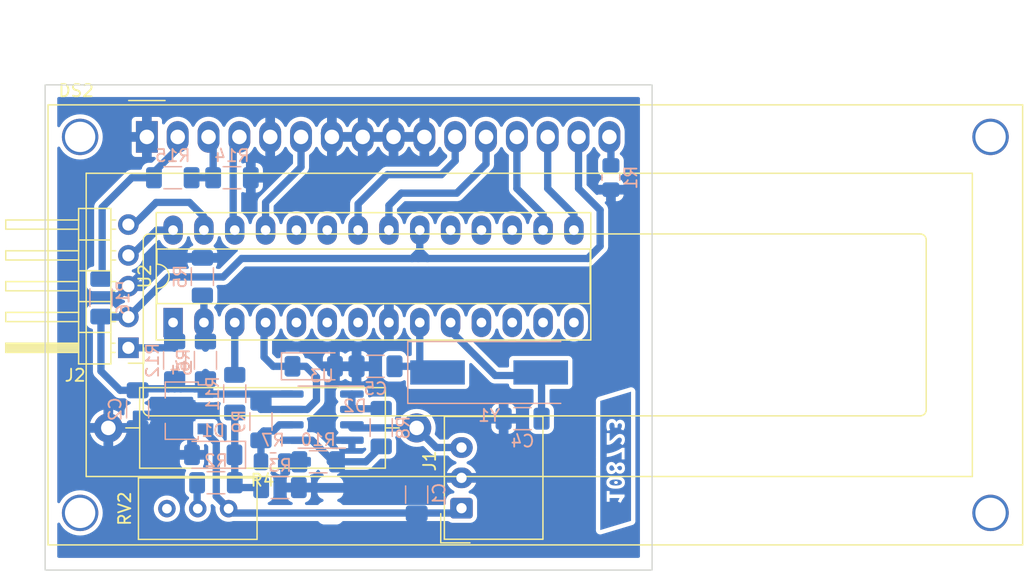
<source format=kicad_pcb>
(kicad_pcb (version 20221018) (generator pcbnew)
  (layers (0 "F.Cu" signal) (31 "B.Cu" signal) (34 "B.Paste" user) (35 "F.Paste" user) (36 "B.SilkS" user "B.Silkscreen") (37 "F.SilkS" user "F.Silkscreen") (38 "B.Mask" user) (39 "F.Mask" user) (44 "Edge.Cuts" user))
  (net 0 "")
  (net 1 "VCC")
  (net 2 "GND")
  (net 3 "+5V")
  (net 4 "/VCC_{meas}")
  (net 5 "/I_{meas}")
  (net 6 "Net-(DS2-VO)")
  (net 7 "/RS")
  (net 8 "/EN")
  (net 9 "/D4")
  (net 10 "/D5")
  (net 11 "/D6")
  (net 12 "/D7")
  (net 13 "Net-(DS2-LED(-))")
  (net 14 "/I_{sense}")
  (net 15 "Net-(R2-Pad2)")
  (net 16 "Net-(U3B--)")
  (net 17 "/VREF_{meas}")
  (net 21 "Net-(J2-Pin_1)")
  (net 30 "Net-(U2-CLKIN{slash}OSC1{slash}RA7)")
  (net 31 "Net-(U3A--)")
  (net 32 "Net-(U2-CLKOUT{slash}OSC2{slash}RA6)")
  (net 33 "/PGC")
  (net 34 "/PGD")
  (net 36 "Net-(U3B-+)")
  (net 38 "Net-(D1-K)")
  (net 39 "Net-(DS2-VDD)")
  (footprint "Display:WC1602A" (layer "F.Cu") (at 143.382 38.2893)
    (fp_text reference "DS2" (at -5.82 -3.81) (layer "F.SilkS"))
    (fp_text value "WC1602A")
    (pad "" thru_hole circle (at -5.4991 0) (size 3 3) (drill 2.5) (layers "*.Cu" "*.Mask"))
    (pad "" thru_hole circle (at -5.4991 31.0007) (size 3 3) (drill 2.5) (layers "*.Cu" "*.Mask"))
    (pad "" thru_hole circle (at 69.49948 31.0007) (size 3 3) (drill 2.5) (layers "*.Cu" "*.Mask"))
    (pad "" thru_hole circle (at 69.5 0) (size 3 3) (drill 2.5) (layers "*.Cu" "*.Mask"))
    (pad "1" thru_hole rect (at 0 0) (size 1.8 2.6) (drill 1.2) (layers "*.Cu" "*.Mask") (net 2 "GND"))
    (pad "2" thru_hole oval (at 2.54 0) (size 1.8 2.6) (drill 1.2) (layers "*.Cu" "*.Mask") (net 39 "Net-(DS2-VDD)"))
    (pad "3" thru_hole oval (at 5.08 0) (size 1.8 2.6) (drill 1.2) (layers "*.Cu" "*.Mask") (net 6 "Net-(DS2-VO)"))
    (pad "4" thru_hole oval (at 7.62 0) (size 1.8 2.6) (drill 1.2) (layers "*.Cu" "*.Mask") (net 7 "/RS"))
    (pad "5" thru_hole oval (at 10.16 0) (size 1.8 2.6) (drill 1.2) (layers "*.Cu" "*.Mask") (net 2 "GND"))
    (pad "6" thru_hole oval (at 12.7 0) (size 1.8 2.6) (drill 1.2) (layers "*.Cu" "*.Mask") (net 8 "/EN"))
    (pad "7" thru_hole oval (at 15.24 0) (size 1.8 2.6) (drill 1.2) (layers "*.Cu" "*.Mask") (net 2 "GND"))
    (pad "8" thru_hole oval (at 17.78 0) (size 1.8 2.6) (drill 1.2) (layers "*.Cu" "*.Mask") (net 2 "GND"))
    (pad "9" thru_hole oval (at 20.32 0) (size 1.8 2.6) (drill 1.2) (layers "*.Cu" "*.Mask") (net 2 "GND"))
    (pad "10" thru_hole oval (at 22.86 0) (size 1.8 2.6) (drill 1.2) (layers "*.Cu" "*.Mask") (net 2 "GND"))
    (pad "11" thru_hole oval (at 25.4 0) (size 1.8 2.6) (drill 1.2) (layers "*.Cu" "*.Mask") (net 9 "/D4"))
    (pad "12" thru_hole oval (at 27.94 0) (size 1.8 2.6) (drill 1.2) (layers "*.Cu" "*.Mask") (net 10 "/D5"))
    (pad "13" thru_hole oval (at 30.48 0) (size 1.8 2.6) (drill 1.2) (layers "*.Cu" "*.Mask") (net 11 "/D6"))
    (pad "14" thru_hole oval (at 33.02 0) (size 1.8 2.6) (drill 1.2) (layers "*.Cu" "*.Mask") (net 12 "/D7"))
    (pad "15" thru_hole oval (at 35.56 0) (size 1.8 2.6) (drill 1.2) (layers "*.Cu" "*.Mask") (net 3 "+5V"))
    (pad "16" thru_hole oval (at 38.1 0) (size 1.8 2.6) (drill 1.2) (layers "*.Cu" "*.Mask") (net 13 "Net-(DS2-LED(-))"))
  )
  (footprint "Connector_PinHeader_2.54mm:PinHeader_1x05_P2.54mm_Horizontal" (layer "F.Cu") (at 141.859 55.678 180)
    (fp_text reference "J2" (at 4.385 -2.27) (layer "F.SilkS"))
    (fp_text value "ICSP")
    (pad "1" thru_hole rect (at 0 0 180) (size 1.7 1.7) (drill 1) (layers "*.Cu" "*.Mask") (net 21 "Net-(J2-Pin_1)"))
    (pad "2" thru_hole oval (at 0 2.54 180) (size 1.7 1.7) (drill 1) (layers "*.Cu" "*.Mask") (net 3 "+5V"))
    (pad "3" thru_hole oval (at 0 5.08 180) (size 1.7 1.7) (drill 1) (layers "*.Cu" "*.Mask") (net 2 "GND"))
    (pad "4" thru_hole oval (at 0 7.62 180) (size 1.7 1.7) (drill 1) (layers "*.Cu" "*.Mask") (net 34 "/PGD"))
    (pad "5" thru_hole oval (at 0 10.16 180) (size 1.7 1.7) (drill 1) (layers "*.Cu" "*.Mask") (net 33 "/PGC"))
  )
  (footprint "Package_DIP:DIP-28_W7.62mm_Socket_LongPads" (layer "F.Cu") (at 145.542 53.594 90)
    (fp_text reference "U2" (at 3.81 -2.33 90) (layer "F.SilkS"))
    (fp_text value "PIC16F883-IP")
    (pad "1" thru_hole rect (at 0 0 90) (size 2.4 1.6) (drill 0.8) (layers "*.Cu" "*.Mask") (net 21 "Net-(J2-Pin_1)"))
    (pad "2" thru_hole oval (at 0 2.54 90) (size 2.4 1.6) (drill 0.8) (layers "*.Cu" "*.Mask") (net 17 "/VREF_{meas}"))
    (pad "3" thru_hole oval (at 0 5.08 90) (size 2.4 1.6) (drill 0.8) (layers "*.Cu" "*.Mask") (net 4 "/VCC_{meas}"))
    (pad "4" thru_hole oval (at 0 7.62 90) (size 2.4 1.6) (drill 0.8) (layers "*.Cu" "*.Mask") (net 5 "/I_{meas}"))
    (pad "5" thru_hole oval (at 0 10.16 90) (size 2.4 1.6) (drill 0.8) (layers "*.Cu" "*.Mask"))
    (pad "6" thru_hole oval (at 0 12.7 90) (size 2.4 1.6) (drill 0.8) (layers "*.Cu" "*.Mask"))
    (pad "7" thru_hole oval (at 0 15.24 90) (size 2.4 1.6) (drill 0.8) (layers "*.Cu" "*.Mask"))
    (pad "8" thru_hole oval (at 0 17.78 90) (size 2.4 1.6) (drill 0.8) (layers "*.Cu" "*.Mask") (net 2 "GND"))
    (pad "9" thru_hole oval (at 0 20.32 90) (size 2.4 1.6) (drill 0.8) (layers "*.Cu" "*.Mask") (net 30 "Net-(U2-CLKIN{slash}OSC1{slash}RA7)"))
    (pad "10" thru_hole oval (at 0 22.86 90) (size 2.4 1.6) (drill 0.8) (layers "*.Cu" "*.Mask") (net 32 "Net-(U2-CLKOUT{slash}OSC2{slash}RA6)"))
    (pad "11" thru_hole oval (at 0 25.4 90) (size 2.4 1.6) (drill 0.8) (layers "*.Cu" "*.Mask"))
    (pad "12" thru_hole oval (at 0 27.94 90) (size 2.4 1.6) (drill 0.8) (layers "*.Cu" "*.Mask"))
    (pad "13" thru_hole oval (at 0 30.48 90) (size 2.4 1.6) (drill 0.8) (layers "*.Cu" "*.Mask"))
    (pad "14" thru_hole oval (at 0 33.02 90) (size 2.4 1.6) (drill 0.8) (layers "*.Cu" "*.Mask"))
    (pad "15" thru_hole oval (at 7.62 33.02 90) (size 2.4 1.6) (drill 0.8) (layers "*.Cu" "*.Mask") (net 12 "/D7"))
    (pad "16" thru_hole oval (at 7.62 30.48 90) (size 2.4 1.6) (drill 0.8) (layers "*.Cu" "*.Mask") (net 11 "/D6"))
    (pad "17" thru_hole oval (at 7.62 27.94 90) (size 2.4 1.6) (drill 0.8) (layers "*.Cu" "*.Mask"))
    (pad "18" thru_hole oval (at 7.62 25.4 90) (size 2.4 1.6) (drill 0.8) (layers "*.Cu" "*.Mask"))
    (pad "19" thru_hole oval (at 7.62 22.86 90) (size 2.4 1.6) (drill 0.8) (layers "*.Cu" "*.Mask"))
    (pad "20" thru_hole oval (at 7.62 20.32 90) (size 2.4 1.6) (drill 0.8) (layers "*.Cu" "*.Mask") (net 3 "+5V"))
    (pad "21" thru_hole oval (at 7.62 17.78 90) (size 2.4 1.6) (drill 0.8) (layers "*.Cu" "*.Mask") (net 10 "/D5"))
    (pad "22" thru_hole oval (at 7.62 15.24 90) (size 2.4 1.6) (drill 0.8) (layers "*.Cu" "*.Mask") (net 9 "/D4"))
    (pad "23" thru_hole oval (at 7.62 12.7 90) (size 2.4 1.6) (drill 0.8) (layers "*.Cu" "*.Mask"))
    (pad "24" thru_hole oval (at 7.62 10.16 90) (size 2.4 1.6) (drill 0.8) (layers "*.Cu" "*.Mask"))
    (pad "25" thru_hole oval (at 7.62 7.62 90) (size 2.4 1.6) (drill 0.8) (layers "*.Cu" "*.Mask") (net 8 "/EN"))
    (pad "26" thru_hole oval (at 7.62 5.08 90) (size 2.4 1.6) (drill 0.8) (layers "*.Cu" "*.Mask") (net 7 "/RS"))
    (pad "27" thru_hole oval (at 7.62 2.54 90) (size 2.4 1.6) (drill 0.8) (layers "*.Cu" "*.Mask") (net 33 "/PGC"))
    (pad "28" thru_hole oval (at 7.62 0 90) (size 2.4 1.6) (drill 0.8) (layers "*.Cu" "*.Mask") (net 34 "/PGD"))
  )
  (footprint "Potentiometer_THT:Potentiometer_Bourns_3386C_Horizontal" (layer "F.Cu") (at 145.034 68.938 90)
    (fp_text reference "RV2" (at 0 -3.475 90) (layer "F.SilkS"))
    (fp_text value "1k")
    (pad "1" thru_hole circle (at 0 0 90) (size 1.44 1.44) (drill 0.8) (layers "*.Cu" "*.Mask"))
    (pad "2" thru_hole circle (at 0 2.54 90) (size 1.44 1.44) (drill 0.8) (layers "*.Cu" "*.Mask") (net 15 "Net-(R2-Pad2)"))
    (pad "3" thru_hole circle (at 0 5.08 90) (size 1.44 1.44) (drill 0.8) (layers "*.Cu" "*.Mask") (net 1 "VCC"))
  )
  (footprint "Connector_Molex:Molex_SPOX_5268-03A_1x03_P2.50mm_Horizontal" (layer "F.Cu") (at 169.3 68.9 90)
    (fp_text reference "J1" (at 3.897 -2.627 90) (layer "F.SilkS"))
    (fp_text value "Molex")
    (pad "1" thru_hole roundrect (at 0 0 90) (size 1.7 1.85) (drill 0.85) (layers "*.Cu" "*.Mask") (roundrect_rratio 0.147059) (net 1 "VCC"))
    (pad "2" thru_hole oval (at 2.5 0 90) (size 1.7 1.85) (drill 0.85) (layers "*.Cu" "*.Mask") (net 2 "GND"))
    (pad "3" thru_hole oval (at 5 0 90) (size 1.7 1.85) (drill 0.85) (layers "*.Cu" "*.Mask") (net 14 "/I_{sense}"))
  )
  (footprint "Resistor_THT:R_Axial_Power_L20.0mm_W6.4mm_P25.40mm" (layer "F.Cu") (at 165.608 62.282 180)
    (fp_text reference "R4" (at 12.7 -4.32 180) (layer "F.SilkS"))
    (fp_text value "0.33")
    (pad "1" thru_hole circle (at 0 0 180) (size 2.4 2.4) (drill 1.2) (layers "*.Cu" "*.Mask") (net 14 "/I_{sense}"))
    (pad "2" thru_hole oval (at 25.4 0 180) (size 2.4 2.4) (drill 1.2) (layers "*.Cu" "*.Mask") (net 2 "GND"))
  )
  (footprint "Resistor_SMD:R_1206_3216Metric_Pad1.30x1.75mm_HandSolder" (layer "B.Cu") (at 162.687 62.256 90)
    (fp_text reference "R8" (at 0 1.82 90) (layer "B.SilkS") (effects (justify mirror)))
    (fp_text value "1k")
    (pad "1" smd roundrect (at -1.55 0 90) (size 1.3 1.75) (layers "B.Cu" "B.Paste" "B.Mask") (roundrect_rratio 0.192308) (net 36 "Net-(U3B-+)"))
    (pad "2" smd roundrect (at 1.55 0 90) (size 1.3 1.75) (layers "B.Cu" "B.Paste" "B.Mask") (roundrect_rratio 0.192308) (net 31 "Net-(U3A--)"))
  )
  (footprint "Resistor_SMD:R_1206_3216Metric_Pad1.30x1.75mm_HandSolder" (layer "B.Cu") (at 148.209 56.71 -90)
    (fp_text reference "R6" (at 0 1.82 90) (layer "B.SilkS") (effects (justify mirror)))
    (fp_text value "10k")
    (pad "1" smd roundrect (at -1.55 0 270) (size 1.3 1.75) (layers "B.Cu" "B.Paste" "B.Mask") (roundrect_rratio 0.192308) (net 17 "/VREF_{meas}"))
    (pad "2" smd roundrect (at 1.55 0 270) (size 1.3 1.75) (layers "B.Cu" "B.Paste" "B.Mask") (roundrect_rratio 0.192308) (net 3 "+5V"))
  )
  (footprint "Resistor_SMD:R_1206_3216Metric_Pad1.30x1.75mm_HandSolder" (layer "B.Cu") (at 150.622 59.462 -90)
    (fp_text reference "R11" (at 0 1.82 90) (layer "B.SilkS") (effects (justify mirror)))
    (fp_text value "0")
    (pad "1" smd roundrect (at -1.55 0 270) (size 1.3 1.75) (layers "B.Cu" "B.Paste" "B.Mask") (roundrect_rratio 0.192308) (net 4 "/VCC_{meas}"))
    (pad "2" smd roundrect (at 1.55 0 270) (size 1.3 1.75) (layers "B.Cu" "B.Paste" "B.Mask") (roundrect_rratio 0.192308) (net 38 "Net-(D1-K)"))
  )
  (footprint "Resistor_SMD:R_1206_3216Metric_Pad1.30x1.75mm_HandSolder" (layer "B.Cu") (at 147.955 49.81 -90)
    (fp_text reference "R5" (at 0 1.82 90) (layer "B.SilkS") (effects (justify mirror)))
    (fp_text value "10k")
    (pad "1" smd roundrect (at -1.55 0 270) (size 1.3 1.75) (layers "B.Cu" "B.Paste" "B.Mask") (roundrect_rratio 0.192308) (net 2 "GND"))
    (pad "2" smd roundrect (at 1.55 0 270) (size 1.3 1.75) (layers "B.Cu" "B.Paste" "B.Mask") (roundrect_rratio 0.192308) (net 17 "/VREF_{meas}"))
  )
  (footprint "Resistor_SMD:R_1206_3216Metric_Pad1.30x1.75mm_HandSolder" (layer "B.Cu") (at 154.35 67.2 180)
    (fp_text reference "R3" (at 0 1.82) (layer "B.SilkS") (effects (justify mirror)))
    (fp_text value "4k7")
    (pad "1" smd roundrect (at -1.55 0 180) (size 1.3 1.75) (layers "B.Cu" "B.Paste" "B.Mask") (roundrect_rratio 0.192308) (net 2 "GND"))
    (pad "2" smd roundrect (at 1.55 0 180) (size 1.3 1.75) (layers "B.Cu" "B.Paste" "B.Mask") (roundrect_rratio 0.192308) (net 38 "Net-(D1-K)"))
  )
  (footprint "Package_SO:SOIC-8_3.9x4.9mm_P1.27mm" (layer "B.Cu") (at 157.796 61.393 180)
    (fp_text reference "U3" (at 0 3.4) (layer "B.SilkS") (effects (justify mirror)))
    (fp_text value "LM358")
    (pad "1" smd roundrect (at -2.475 1.905 180) (size 1.95 0.6) (layers "B.Cu" "B.Paste" "B.Mask") (net 31 "Net-(U3A--)"))
    (pad "2" smd roundrect (at -2.475 0.635 180) (size 1.95 0.6) (layers "B.Cu" "B.Paste" "B.Mask") (net 31 "Net-(U3A--)"))
    (pad "3" smd roundrect (at -2.475 -0.635 180) (size 1.95 0.6) (layers "B.Cu" "B.Paste" "B.Mask") (net 14 "/I_{sense}"))
    (pad "4" smd roundrect (at -2.475 -1.905 180) (size 1.95 0.6) (layers "B.Cu" "B.Paste" "B.Mask") (net 2 "GND"))
    (pad "5" smd roundrect (at 2.475 -1.905 180) (size 1.95 0.6) (layers "B.Cu" "B.Paste" "B.Mask") (net 36 "Net-(U3B-+)"))
    (pad "6" smd roundrect (at 2.475 -0.635 180) (size 1.95 0.6) (layers "B.Cu" "B.Paste" "B.Mask") (net 16 "Net-(U3B--)"))
    (pad "7" smd roundrect (at 2.475 0.635 180) (size 1.95 0.6) (layers "B.Cu" "B.Paste" "B.Mask") (net 5 "/I_{meas}"))
    (pad "8" smd roundrect (at 2.475 1.905 180) (size 1.95 0.6) (layers "B.Cu" "B.Paste" "B.Mask") (net 3 "+5V"))
  )
  (footprint "Diode_SMD:D_MiniMELF" (layer "B.Cu") (at 157.127 57.202)
    (fp_text reference "D2" (at 3.39 3.27) (layer "B.SilkS") (effects (justify mirror)))
    (fp_text value "5V1")
    (pad "1" smd roundrect (at -1.75 0) (size 1.3 1.7) (layers "B.Cu" "B.Paste" "B.Mask") (roundrect_rratio 0.1923076923) (net 5 "/I_{meas}"))
    (pad "2" smd roundrect (at 1.75 0) (size 1.3 1.7) (layers "B.Cu" "B.Paste" "B.Mask") (roundrect_rratio 0.1923076923) (net 2 "GND"))
  )
  (footprint "Capacitor_SMD:C_1206_3216Metric_Pad1.33x1.80mm_HandSolder" (layer "B.Cu") (at 162.2175 57.202)
    (fp_text reference "C5" (at 0 1.85) (layer "B.SilkS") (effects (justify mirror)))
    (fp_text value "22p")
    (pad "1" smd roundrect (at -1.5625 0) (size 1.325 1.8) (layers "B.Cu" "B.Paste" "B.Mask") (roundrect_rratio 0.188679) (net 2 "GND"))
    (pad "2" smd roundrect (at 1.5625 0) (size 1.325 1.8) (layers "B.Cu" "B.Paste" "B.Mask") (roundrect_rratio 0.188679) (net 30 "Net-(U2-CLKIN{slash}OSC1{slash}RA7)"))
  )
  (footprint "Crystal:Crystal_SMD_HC49-SD" (layer "B.Cu") (at 171.577 57.71)
    (fp_text reference "Y1" (at 0 3.55 180) (layer "B.SilkS") (effects (justify mirror)))
    (fp_text value "4MHz")
    (pad "1" smd rect (at -4.25 0) (size 4.5 2) (layers "B.Cu" "B.Paste" "B.Mask") (net 30 "Net-(U2-CLKIN{slash}OSC1{slash}RA7)"))
    (pad "2" smd rect (at 4.25 0) (size 4.5 2) (layers "B.Cu" "B.Paste" "B.Mask") (net 32 "Net-(U2-CLKOUT{slash}OSC2{slash}RA6)"))
  )
  (footprint "Resistor_SMD:R_0805_2012Metric_Pad1.20x1.40mm_HandSolder" (layer "B.Cu") (at 153.781 65.076)
    (fp_text reference "R7" (at -0.016 -1.778) (layer "B.SilkS") (effects (justify mirror)))
    (fp_text value "1k")
    (pad "1" smd roundrect (at -1 0) (size 1.2 1.4) (layers "B.Cu" "B.Paste" "B.Mask") (roundrect_rratio 0.208333) (net 16 "Net-(U3B--)"))
    (pad "2" smd roundrect (at 1 0) (size 1.2 1.4) (layers "B.Cu" "B.Paste" "B.Mask") (roundrect_rratio 0.208333) (net 2 "GND"))
  )
  (footprint "Resistor_SMD:R_1206_3216Metric_Pad1.30x1.75mm_HandSolder" (layer "B.Cu") (at 152.781 61.758 -90)
    (fp_text reference "R9" (at 0 1.82 90) (layer "B.SilkS") (effects (justify mirror)))
    (fp_text value "10k")
    (pad "1" smd roundrect (at -1.55 0 270) (size 1.3 1.75) (layers "B.Cu" "B.Paste" "B.Mask") (roundrect_rratio 0.192308) (net 5 "/I_{meas}"))
    (pad "2" smd roundrect (at 1.55 0 270) (size 1.3 1.75) (layers "B.Cu" "B.Paste" "B.Mask") (roundrect_rratio 0.192308) (net 16 "Net-(U3B--)"))
  )
  (footprint "Resistor_SMD:R_0805_2012Metric_Pad1.20x1.40mm_HandSolder" (layer "B.Cu") (at 181.61 41.64 90)
    (fp_text reference "R1" (at 0 1.65 90) (layer "B.SilkS") (effects (justify mirror)))
    (fp_text value "330" hide)
    (pad "1" smd roundrect (at -1 0 90) (size 1.2 1.4) (layers "B.Cu" "B.Paste" "B.Mask") (roundrect_rratio 0.208333) (net 2 "GND"))
    (pad "2" smd roundrect (at 1 0 90) (size 1.2 1.4) (layers "B.Cu" "B.Paste" "B.Mask") (roundrect_rratio 0.208333) (net 13 "Net-(DS2-LED(-))"))
  )
  (footprint "Capacitor_SMD:C_1206_3216Metric_Pad1.33x1.80mm_HandSolder" (layer "B.Cu") (at 142.621 60.7445 -90)
    (fp_text reference "C2" (at 0 1.85 90) (layer "B.SilkS") (effects (justify mirror)))
    (fp_text value "100n")
    (pad "1" smd roundrect (at -1.5625 0 270) (size 1.325 1.8) (layers "B.Cu" "B.Paste" "B.Mask") (roundrect_rratio 0.188679) (net 3 "+5V"))
    (pad "2" smd roundrect (at 1.5625 0 270) (size 1.325 1.8) (layers "B.Cu" "B.Paste" "B.Mask") (roundrect_rratio 0.188679) (net 2 "GND"))
  )
  (footprint "Diode_SMD:D_MiniMELF" (layer "B.Cu") (at 148.85 64.5 180)
    (fp_text reference "D1" (at 0 2) (layer "B.SilkS") (effects (justify mirror)))
    (fp_text value "5V1")
    (pad "1" smd roundrect (at -1.75 0 180) (size 1.3 1.7) (layers "B.Cu" "B.Paste" "B.Mask") (roundrect_rratio 0.1923076923) (net 38 "Net-(D1-K)"))
    (pad "2" smd roundrect (at 1.75 0 180) (size 1.3 1.7) (layers "B.Cu" "B.Paste" "B.Mask") (roundrect_rratio 0.1923076923) (net 2 "GND"))
  )
  (footprint "Resistor_SMD:R_1206_3216Metric_Pad1.30x1.75mm_HandSolder" (layer "B.Cu") (at 150.394001 41.656 180)
    (fp_text reference "R14" (at 0 1.82) (layer "B.SilkS") (effects (justify mirror)))
    (fp_text value "10k")
    (pad "1" smd roundrect (at -1.55 0 180) (size 1.3 1.75) (layers "B.Cu" "B.Paste" "B.Mask") (roundrect_rratio 0.192308) (net 2 "GND"))
    (pad "2" smd roundrect (at 1.55 0 180) (size 1.3 1.75) (layers "B.Cu" "B.Paste" "B.Mask") (roundrect_rratio 0.192308) (net 6 "Net-(DS2-VO)"))
  )
  (footprint "Resistor_SMD:R_1206_3216Metric_Pad1.30x1.75mm_HandSolder" (layer "B.Cu") (at 139.6 51.55 90)
    (fp_text reference "R16" (at 0 1.82 90) (layer "B.SilkS") (effects (justify mirror)))
    (fp_text value "0")
    (pad "1" smd roundrect (at -1.55 0 90) (size 1.3 1.75) (layers "B.Cu" "B.Paste" "B.Mask") (roundrect_rratio 0.192308) (net 3 "+5V"))
    (pad "2" smd roundrect (at 1.55 0 90) (size 1.3 1.75) (layers "B.Cu" "B.Paste" "B.Mask") (roundrect_rratio 0.192308) (net 39 "Net-(DS2-VDD)"))
  )
  (footprint "Capacitor_SMD:C_1206_3216Metric_Pad1.33x1.80mm_HandSolder" (layer "B.Cu") (at 165.608 67.7795 90)
    (fp_text reference "C1" (at 0 1.85 270) (layer "B.SilkS") (effects (justify mirror)))
    (fp_text value "100n")
    (pad "1" smd roundrect (at -1.5625 0 90) (size 1.325 1.8) (layers "B.Cu" "B.Paste" "B.Mask") (roundrect_rratio 0.188679) (net 1 "VCC"))
    (pad "2" smd roundrect (at 1.5625 0 90) (size 1.325 1.8) (layers "B.Cu" "B.Paste" "B.Mask") (roundrect_rratio 0.188679) (net 2 "GND"))
  )
  (footprint "Resistor_SMD:R_1206_3216Metric_Pad1.30x1.75mm_HandSolder" (layer "B.Cu") (at 145.516 41.656 180)
    (fp_text reference "R15" (at 0 1.82) (layer "B.SilkS") (effects (justify mirror)))
    (fp_text value "10k")
    (pad "1" smd roundrect (at -1.55 0 180) (size 1.3 1.75) (layers "B.Cu" "B.Paste" "B.Mask") (roundrect_rratio 0.192308) (net 6 "Net-(DS2-VO)"))
    (pad "2" smd roundrect (at 1.55 0 180) (size 1.3 1.75) (layers "B.Cu" "B.Paste" "B.Mask") (roundrect_rratio 0.192308) (net 39 "Net-(DS2-VDD)"))
  )
  (footprint "Resistor_SMD:R_1206_3216Metric_Pad1.30x1.75mm_HandSolder" (layer "B.Cu") (at 145.669 56.71 -90)
    (fp_text reference "R12" (at 0 1.82 90) (layer "B.SilkS") (effects (justify mirror)))
    (fp_text value "10k")
    (pad "1" smd roundrect (at -1.55 0 270) (size 1.3 1.75) (layers "B.Cu" "B.Paste" "B.Mask") (roundrect_rratio 0.192308) (net 21 "Net-(J2-Pin_1)"))
    (pad "2" smd roundrect (at 1.55 0 270) (size 1.3 1.75) (layers "B.Cu" "B.Paste" "B.Mask") (roundrect_rratio 0.192308) (net 3 "+5V"))
  )
  (footprint "Resistor_SMD:R_1206_3216Metric_Pad1.30x1.75mm_HandSolder" (layer "B.Cu") (at 157.496 65.076 180)
    (fp_text reference "R10" (at 0 1.82) (layer "B.SilkS") (effects (justify mirror)))
    (fp_text value "10k")
    (pad "1" smd roundrect (at -1.55 0 180) (size 1.3 1.75) (layers "B.Cu" "B.Paste" "B.Mask") (roundrect_rratio 0.192308) (net 36 "Net-(U3B-+)"))
    (pad "2" smd roundrect (at 1.55 0 180) (size 1.3 1.75) (layers "B.Cu" "B.Paste" "B.Mask") (roundrect_rratio 0.192308) (net 2 "GND"))
  )
  (footprint "kibuzzard-6583EB80" (layer "B.Cu") (at 182 65 90)
    (fp_text reference "kibuzzard-6583EB80" hide)
    (fp_text value "G***" hide)
    (fp_poly (pts (xy -0.594122 0.527447) (xy -0.728663 0.484584) (xy -0.787003 0.358378) (xy -0.732234 0.222647) (xy -0.65663 0.169069) (xy -0.539353 0.113109) (xy -0.434578 0.233363) (xy -0.403622 0.360759) (xy -0.459581 0.485775) (xy -0.594122 0.527447)) (fill solid) (layer "B.Cu"))
    (fp_poly (pts (xy -0.363141 -0.353616) (xy -0.381 -0.270272) (xy -0.43815 -0.204787) (xy -0.539353 -0.145256) (xy -0.686991 -0.082153) (xy -0.789384 -0.204787) (xy -0.825103 -0.334566) (xy -0.757237 -0.478631) (xy -0.596503 -0.527447) (xy -0.426244 -0.47625) (xy -0.363141 -0.353616)) (fill solid) (layer "B.Cu"))
    (fp_poly (pts (xy -1.537097 0.001191) (xy -1.544108 0.156104) (xy -1.565143 0.284295) (xy -1.6002 0.385763) (xy -1.677888 0.484882) (xy -1.784747 0.517922) (xy -1.890117 0.484882) (xy -1.968103 0.385763) (xy -2.003822 0.284295) (xy -2.025253 0.156104) (xy -2.032397 0.001191) (xy -2.025253 -0.155046) (xy -2.003822 -0.28403) (xy -1.968103 -0.385762) (xy -1.890117 -0.484882) (xy -1.784747 -0.517922) (xy -1.782366 -0.517186) (xy -1.782366 -0.132159) (xy -1.879997 -0.085725) (xy -1.915716 0.025003) (xy -1.879997 0.136922) (xy -1.782366 0.184547) (xy -1.688306 0.136922) (xy -1.651397 0.025003) (xy -1.688306 -0.085725) (xy -1.782366 -0.132159) (xy -1.782366 -0.517186) (xy -1.677888 -0.484882) (xy -1.6002 -0.385762) (xy -1.565143 -0.28403) (xy -1.544108 -0.155046) (xy -1.537097 0.001191)) (fill solid) (layer "B.Cu"))
    (fp_poly (pts (xy -3.456384 1.266428) (xy -4.944666 1.266428) (xy -5.704522 -1.266428) (xy -4.944666 -1.266428) (xy -3.456384 -1.266428) (xy -2.477691 -1.266428) (xy -2.477691 -0.739378) (xy -3.373041 -0.739378) (xy -3.373041 -0.496491) (xy -3.063478 -0.496491) (xy -3.063478 0.327422) (xy -3.215878 0.242888) (xy -3.361134 0.184547) (xy -3.456384 0.427434) (xy -3.332559 0.482203) (xy -3.199209 0.556022) (xy -3.073003 0.641747) (xy -2.970609 0.734616) (xy -2.770584 0.734616) (xy -2.770584 -0.496491) (xy -2.477691 -0.496491) (xy -2.477691 -0.739378) (xy -2.477691 -1.266428) (xy -1.784747 -1.266428) (xy -1.784747 -0.770334) (xy -1.938205 -0.749168) (xy -2.065205 -0.685668) (xy -2.165747 -0.579834) (xy -2.223046 -0.472083) (xy -2.263973 -0.339328) (xy -2.28853 -0.18157) (xy -2.296716 0.001191) (xy -2.288381 0.181868) (xy -2.263378 0.338138) (xy -2.221706 0.469999) (xy -2.163366 0.577453) (xy -2.06203 0.683286) (xy -1.935824 0.746786) (xy -1.784747 0.767953) (xy -1.631289 0.746919) (xy -1.504289 0.683816) (xy -1.403747 0.578644) (xy -1.346448 0.471562) (xy -1.30552 0.339626) (xy -1.280964 0.182835) (xy -1.272778 0.001191) (xy -1.280964 -0.18157) (xy -1.30552 -0.339328) (xy -1.346448 -0.472083) (xy -1.403747 -0.579834) (xy -1.504289 -0.685668) (xy -1.631289 -0.749168) (xy -1.784747 -0.770334) (xy -1.784747 -1.266428) (xy -0.601266 -1.266428) (xy -0.601266 -0.770334) (xy -0.708124 -0.763488) (xy -0.804862 -0.74295) (xy -0.962025 -0.664369) (xy -1.063228 -0.538162) (xy -1.098947 -0.370284) (xy -1.08585 -0.26164) (xy -1.046559 -0.159544) (xy -0.979289 -0.066377) (xy -0.882253 0.015478) (xy -0.970359 0.089297) (xy -1.025128 0.167878) (xy -1.063228 0.339328) (xy -1.038225 0.488156) (xy -0.958453 0.627459) (xy -0.813197 0.729853) (xy -0.711994 0.760214) (xy -0.589359 0.770334) (xy -0.399157 0.744141) (xy -0.252412 0.665559) (xy -0.158651 0.542925) (xy -0.127397 0.384572) (xy -0.139898 0.283071) (xy -0.177403 0.183356) (xy -0.241697 0.092571) (xy -0.334566 0.017859) (xy -0.218777 -0.064294) (xy -0.142875 -0.153591) (xy -0.100905 -0.251222) (xy -0.086916 -0.358378) (xy -0.1143 -0.503634) (xy -0.202406 -0.635794) (xy -0.360759 -0.732234) (xy -0.469702 -0.760809) (xy -0.601266 -0.770334) (xy -0.601266 -1.266428) (xy 0.315516 -1.266428) (xy 0.315516 -0.739378) (xy 0.331589 -0.582513) (xy 0.365522 -0.416719) (xy 0.412849 -0.247352) (xy 0.469106 -0.079772) (xy 0.532507 0.082451) (xy 0.601266 0.235744) (xy 0.670917 0.374154) (xy 0.736997 0.491728) (xy 0.117872 0.491728) (xy 0.117872 0.734616) (xy 1.079897 0.734616) (xy 1.079897 0.513159) (xy 1.012627 0.424458) (xy 0.939403 0.305991) (xy 0.865287 0.163711) (xy 0.795337 0.003572) (xy 0.731639 -0.171152) (xy 0.676275 -0.357187) (xy 0.634901 -0.54858) (xy 0.613172 -0.739378) (xy 0.315516 -0.739378) (xy 0.315516 -1.266428) (xy 2.291953 -1.266428) (xy 2.291953 -0.739378) (xy 1.329928 -0.739378) (xy 1.323975 -0.679847) (xy 1.325166 -0.629841) (xy 1.336179 -0.515541) (xy 1.369219 -0.410766) (xy 1.419225 -0.314623) (xy 1.481137 -0.226219) (xy 1.551384 -0.144661) (xy 1.626394 -0.069056) (xy 1.701403 0.002084) (xy 1.77165 0.070247) (xy 1.883569 0.198834) (xy 1.927622 0.325041) (xy 1.872853 0.464344) (xy 1.734741 0.513159) (xy 1.589484 0.479822) (xy 1.439466 0.367903) (xy 1.294209 0.572691) (xy 1.396901 0.659606) (xy 1.514475 0.720328) (xy 1.639193 0.756047) (xy 1.763316 0.767953) (xy 1.937147 0.741759) (xy 2.084784 0.663178) (xy 2.187178 0.531019) (xy 2.225278 0.346472) (xy 2.196703 0.200025) (xy 2.120503 0.063103) (xy 2.013347 -0.065484) (xy 1.891903 -0.184547) (xy 1.820466 -0.252412) (xy 1.744266 -0.333375) (xy 1.683544 -0.417909) (xy 1.658541 -0.496491) (xy 2.291953 -0.496491) (xy 2.291953 -0.739378) (xy 2.291953 -1.266428) (xy 2.889647 -1.266428) (xy 2.889647 -0.770334) (xy 2.774156 -0.762) (xy 2.657475 -0.741759) (xy 2.553891 -0.715566) (xy 2.480072 -0.689372) (xy 2.537222 -0.444103) (xy 2.678906 -0.494109) (xy 2.774454 -0.513755) (xy 2.887266 -0.520303) (xy 3.01496 -0.50423) (xy 3.098006 -0.456009) (xy 3.158728 -0.296466) (xy 3.135511 -0.197346) (xy 3.065859 -0.13335) (xy 2.960489 -0.098524) (xy 2.830116 -0.086916) (xy 2.739628 -0.086916) (xy 2.739628 0.155972) (xy 2.849166 0.155972) (xy 2.939653 0.165497) (xy 3.020616 0.196453) (xy 3.078956 0.253603) (xy 3.101578 0.344091) (xy 3.052763 0.471488) (xy 2.918222 0.517922) (xy 2.752725 0.490538) (xy 2.611041 0.422672) (xy 2.506266 0.636984) (xy 2.676525 0.7239) (xy 2.789337 0.75694) (xy 2.915841 0.767953) (xy 3.031629 0.760214) (xy 3.131344 0.736997) (xy 3.282553 0.650081) (xy 3.370659 0.517922) (xy 3.399234 0.353616) (xy 3.349228 0.184547) (xy 3.215878 0.060722) (xy 3.317379 0.001786) (xy 3.393281 -0.079772) (xy 3.440609 -0.18157) (xy 3.456384 -0.301228) (xy 3.423047 -0.489347) (xy 3.320653 -0.638175) (xy 3.242072 -0.694134) (xy 3.144441 -0.735806) (xy 3.027164 -0.761702) (xy 2.889647 -0.770334) (xy 2.889647 -1.266428) (xy 3.456384 -1.266428) (xy 4.944666 -1.266428) (xy 5.704522 1.266428) (xy 4.944666 1.266428) (xy 3.456384 1.266428) (xy -3.456384 1.266428)) (fill solid) (layer "B.Cu"))
  )
  (footprint "Capacitor_SMD:C_1206_3216Metric_Pad1.33x1.80mm_HandSolder" (layer "B.Cu") (at 174.3325 61.52)
    (fp_text reference "C4" (at 0 1.85) (layer "B.SilkS") (effects (justify mirror)))
    (fp_text value "22p")
    (pad "1" smd roundrect (at -1.5625 0) (size 1.325 1.8) (layers "B.Cu" "B.Paste" "B.Mask") (roundrect_rratio 0.188679) (net 2 "GND"))
    (pad "2" smd roundrect (at 1.5625 0) (size 1.325 1.8) (layers "B.Cu" "B.Paste" "B.Mask") (roundrect_rratio 0.188679) (net 32 "Net-(U2-CLKOUT{slash}OSC2{slash}RA6)"))
  )
  (footprint "Package_TO_SOT_SMD:SOT-89-3" (layer "B.Cu") (at 146.258 60.861 180)
    (fp_text reference "U4" (at 0 3.5) (layer "B.SilkS") (effects (justify mirror)))
    (fp_text value "L78L05_SOT89")
    (pad "1" smd rect (at -1.95 1.5 180) (size 1.3 0.9) (layers "B.Cu" "B.Paste" "B.Mask") (net 3 "+5V"))
    (pad "2" smd custom (at -1.8625 0 180) (size 1.475 0.9) (layers "B.Cu" "B.Paste" "B.Mask") (net 2 "GND") (options (clearance outline) (anchor rect)) (primitives (gr_poly (pts (xy 3.8625 -0.8665) (xy 0.7375 -0.8665) (xy 0.7375 0.8665) (xy 3.8625 0.8665)) (width 0) (fill yes))))
    (pad "3" smd rect (at -1.95 -1.5 180) (size 1.3 0.9) (layers "B.Cu" "B.Paste" "B.Mask") (net 1 "VCC"))
  )
  (footprint "Resistor_SMD:R_1206_3216Metric_Pad1.30x1.75mm_HandSolder" (layer "B.Cu") (at 149.073 66.802 180)
    (fp_text reference "R2" (at 0 1.82) (layer "B.SilkS") (effects (justify mirror)))
    (fp_text value "22k")
    (pad "1" smd roundrect (at -1.55 0 180) (size 1.3 1.75) (layers "B.Cu" "B.Paste" "B.Mask") (roundrect_rratio 0.192308) (net 38 "Net-(D1-K)"))
    (pad "2" smd roundrect (at 1.55 0 180) (size 1.3 1.75) (layers "B.Cu" "B.Paste" "B.Mask") (roundrect_rratio 0.192308) (net 15 "Net-(R2-Pad2)"))
  )
  (gr_rect (start 135 34) (end 185 74) (stroke (width 0.1)) (fill none) (layer "Edge.Cuts"))
  (segment (start 149.099 63.506) (end 149.099 67.923) (width 0.6) (layer "B.Cu") (net 1))
  (segment (start 150.476 69.3) (end 168.9 69.3) (width 0.6) (layer "B.Cu") (net 1))
  (segment (start 148.208 62.615) (end 149.099 63.506) (width 0.6) (layer "B.Cu") (net 1))
  (segment (start 168.9 69.3) (end 169.3 68.9) (width 0.6) (layer "B.Cu") (net 1))
  (segment (start 149.099 67.923) (end 150.114 68.938) (width 0.6) (layer "B.Cu") (net 1))
  (segment (start 150.114 68.938) (end 150.476 69.3) (width 0.6) (layer "B.Cu") (net 1))
  (segment (start 158.3327 38) (end 158 38) (width 0.6) (layer "B.Cu") (net 2))
  (segment (start 141.057 51.4) (end 137.6 51.4) (width 0.6) (layer "B.Cu") (net 2))
  (segment (start 144.197 48.26) (end 147.955 48.26) (width 0.6) (layer "B.Cu") (net 2))
  (segment (start 160.274 63.301) (end 160.271 63.298) (width 0.6) (layer "B.Cu") (net 2))
  (segment (start 141.859 50.598) (end 141.057 51.4) (width 0.6) (layer "B.Cu") (net 2))
  (segment (start 141.859 50.598) (end 144.197 48.26) (width 0.6) (layer "B.Cu") (net 2))
  (segment (start 165.862 47.677) (end 166.497 48.312) (width 0.6) (layer "B.Cu") (net 3))
  (segment (start 145.669 58.472) (end 145.669 58.547) (width 0.6) (layer "B.Cu") (net 3))
  (segment (start 180.721 44.323) (end 180.721 47.296) (width 0.6) (layer "B.Cu") (net 3))
  (segment (start 145.669 57.71) (end 145.669 58.547) (width 0.6) (layer "B.Cu") (net 3))
  (segment (start 147.32 59.055) (end 147.902 59.055) (width 0.6) (layer "B.Cu") (net 3))
  (segment (start 148.184 59.234) (end 148.208 59.258) (width 0.6) (layer "B.Cu") (net 3))
  (segment (start 148.335 59.488) (end 148.208 59.361) (width 0.6) (layer "B.Cu") (net 3))
  (segment (start 155.321 59.488) (end 148.463 59.488) (width 0.6) (layer "B.Cu") (net 3))
  (segment (start 180.721 47.296) (end 179.705 48.312) (width 0.6) (layer "B.Cu") (net 3))
  (segment (start 142.621 59.182) (end 142.748 59.055) (width 0.6) (layer "B.Cu") (net 3))
  (segment (start 141.859 53.138) (end 139.638 53.138) (width 0.6) (layer "B.Cu") (net 3))
  (segment (start 139.6 53.1) (end 139.6 57.6) (width 0.6) (layer "B.Cu") (net 3))
  (segment (start 145.161 59.055) (end 145.669 59.055) (width 0.6) (layer "B.Cu") (net 3))
  (segment (start 145.669 57.71) (end 145.669 58.472) (width 0.6) (layer "B.Cu") (net 3))
  (segment (start 145.669 58.472) (end 145.669 59.055) (width 0.6) (layer "B.Cu") (net 3))
  (segment (start 165.227 48.312) (end 151.188 48.312) (width 0.6) (layer "B.Cu") (net 3))
  (segment (start 145.669 58.547) (end 146.177 59.055) (width 0.6) (layer "B.Cu") (net 3))
  (segment (start 151.188 48.312) (end 149.664 49.836) (width 0.6) (layer "B.Cu") (net 3))
  (segment (start 145.669 58.547) (end 145.161 59.055) (width 0.6) (layer "B.Cu") (net 3))
  (segment (start 148.208 59.361) (end 148.336 59.233) (width 0.6) (layer "B.Cu") (net 3))
  (segment (start 148.336 57.837) (end 148.209 57.71) (width 0.6) (layer "B.Cu") (net 3))
  (segment (start 165.862 47.677) (end 165.227 48.312) (width 0.6) (layer "B.Cu") (net 3))
  (segment (start 147.902 59.055) (end 148.208 59.361) (width 0.6) (layer "B.Cu") (net 3))
  (segment (start 147.32 59.055) (end 148.209 59.055) (width 0.6) (layer "B.Cu") (net 3))
  (segment (start 178.942 38.2893) (end 178.942 42.544) (width 0.6) (layer "B.Cu") (net 3))
  (segment (start 148.336 58.928) (end 148.336 57.837) (width 0.6) (layer "B.Cu") (net 3))
  (segment (start 149.664 49.836) (end 145.161 49.836) (width 0.6) (layer "B.Cu") (net 3))
  (segment (start 165.735 48.312) (end 165.227 48.312) (width 0.6) (layer "B.Cu") (net 3))
  (segment (start 142.748 59.055) (end 145.161 59.055) (width 0.6) (layer "B.Cu") (net 3))
  (segment (start 165.862 47.55) (end 165.862 47.677) (width 0.6) (layer "B.Cu") (net 3))
  (segment (start 148.336 59.233) (end 148.336 58.928) (width 0.6) (layer "B.Cu") (net 3))
  (segment (start 165.735 48.312) (end 166.497 48.312) (width 0.6) (layer "B.Cu") (net 3))
  (segment (start 145.669 59.055) (end 146.177 59.055) (width 0.6) (layer "B.Cu") (net 3))
  (segment (start 179.705 48.312) (end 166.497 48.312) (width 0.6) (layer "B.Cu") (net 3))
  (segment (start 146.177 59.055) (end 147.32 59.055) (width 0.6) (layer "B.Cu") (net 3))
  (segment (start 145.161 49.836) (end 141.859 53.138) (width 0.6) (layer "B.Cu") (net 3))
  (segment (start 148.209 59.055) (end 148.336 58.928) (width 0.6) (layer "B.Cu") (net 3))
  (segment (start 141.182 59.182) (end 142.621 59.182) (width 0.6) (layer "B.Cu") (net 3))
  (segment (start 178.942 42.544) (end 180.721 44.323) (width 0.6) (layer "B.Cu") (net 3))
  (segment (start 139.638 53.138) (end 139.6 53.1) (width 0.6) (layer "B.Cu") (net 3))
  (segment (start 139.6 57.6) (end 141.182 59.182) (width 0.6) (layer "B.Cu") (net 3))
  (segment (start 165.862 45.974) (end 165.862 47.55) (width 0.6) (layer "B.Cu") (net 3))
  (segment (start 150.622 58.166) (end 150.622 53.594) (width 0.6) (layer "B.Cu") (net 4))
  (segment (start 150.495 53.467) (end 150.622 53.594) (width 0.6) (layer "B.Cu") (net 4))
  (segment (start 153.162 53.9) (end 153.162 53.594) (width 0.6) (layer "B.Cu") (net 5))
  (segment (start 155.321 60.758) (end 155.945239 60.758) (width 0.6) (layer "B.Cu") (net 5))
  (segment (start 157.353 58.091) (end 156.5275 57.2655) (width 0.6) (layer "B.Cu") (net 5))
  (segment (start 153.035 53.721) (end 153.162 53.594) (width 0.6) (layer "B.Cu") (net 5))
  (segment (start 156.464 57.202) (end 155.377 57.202) (width 0.6) (layer "B.Cu") (net 5))
  (segment (start 155.321 60.758) (end 152.781 60.758) (width 0.6) (layer "B.Cu") (net 5))
  (segment (start 156.591 60.758) (end 157.353 59.996) (width 0.6) (layer "B.Cu") (net 5))
  (segment (start 155.321 60.758) (end 156.591 60.758) (width 0.6) (layer "B.Cu") (net 5))
  (segment (start 153.035 56.44) (end 153.035 53.721) (width 0.6) (layer "B.Cu") (net 5))
  (segment (start 156.5275 57.2655) (end 156.464 57.202) (width 0.6) (layer "B.Cu") (net 5))
  (segment (start 155.377 57.202) (end 153.797 57.202) (width 0.6) (layer "B.Cu") (net 5))
  (segment (start 152.781 60.758) (end 152.778 60.755) (width 0.6) (layer "B.Cu") (net 5))
  (segment (start 153.797 57.202) (end 153.035 56.44) (width 0.6) (layer "B.Cu") (net 5))
  (segment (start 157.353 59.996) (end 157.353 58.091) (width 0.6) (layer "B.Cu") (net 5))
  (segment (start 147.828 41.656) (end 147.066 41.656) (width 0.6) (layer "B.Cu") (net 6))
  (segment (start 148.844 38.6713) (end 148.844001 41.656) (width 0.6) (layer "B.Cu") (net 6))
  (segment (start 148.462 38.2893) (end 148.844 38.6713) (width 0.6) (layer "B.Cu") (net 6))
  (segment (start 148.844001 41.656) (end 147.828 41.656) (width 0.6) (layer "B.Cu") (net 6))
  (segment (start 150.494 38.7973) (end 150.494 45.846) (width 0.6) (layer "B.Cu") (net 7))
  (segment (start 150.494 45.846) (end 150.622 45.974) (width 0.6) (layer "B.Cu") (net 7))
  (segment (start 156.082 40.768) (end 156.082 38.2893) (width 0.6) (layer "B.Cu") (net 8))
  (segment (start 153.162 43.688) (end 156.082 40.768) (width 0.6) (layer "B.Cu") (net 8))
  (segment (start 153.162 45.974) (end 153.162 43.688) (width 0.6) (layer "B.Cu") (net 8))
  (segment (start 163.195 41.402) (end 167.64 41.402) (width 0.6) (layer "B.Cu") (net 9))
  (segment (start 167.64 41.402) (end 168.782 40.26) (width 0.6) (layer "B.Cu") (net 9))
  (segment (start 168.782 40.26) (end 168.782 38.2893) (width 0.6) (layer "B.Cu") (net 9))
  (segment (start 160.782 43.815) (end 163.195 41.402) (width 0.6) (layer "B.Cu") (net 9))
  (segment (start 160.782 45.974) (end 160.782 43.815) (width 0.6) (layer "B.Cu") (net 9))
  (segment (start 171.322 38.2893) (end 171.322 40.514) (width 0.6) (layer "B.Cu") (net 10))
  (segment (start 168.91 42.926) (end 164.338 42.926) (width 0.6) (layer "B.Cu") (net 10))
  (segment (start 171.322 40.514) (end 168.91 42.926) (width 0.6) (layer "B.Cu") (net 10))
  (segment (start 164.338 42.926) (end 163.322 43.942) (width 0.6) (layer "B.Cu") (net 10))
  (segment (start 163.322 43.942) (end 163.322 45.974) (width 0.6) (layer "B.Cu") (net 10))
  (segment (start 173.862 42.544) (end 176.022 44.704) (width 0.6) (layer "B.Cu") (net 11))
  (segment (start 176.022 44.704) (end 176.022 45.974) (width 0.6) (layer "B.Cu") (net 11))
  (segment (start 173.862 38.2893) (end 173.862 42.544) (width 0.6) (layer "B.Cu") (net 11))
  (segment (start 176.402 38.2893) (end 176.402 42.544) (width 0.6) (layer "B.Cu") (net 12))
  (segment (start 176.402 42.544) (end 178.562 44.704) (width 0.6) (layer "B.Cu") (net 12))
  (segment (start 178.562 44.704) (end 178.562 45.974) (width 0.6) (layer "B.Cu") (net 12))
  (segment (start 181.61 38.4173) (end 181.482 38.2893) (width 0.6) (layer "B.Cu") (net 13))
  (segment (start 181.61 40.64) (end 181.61 38.4173) (width 0.6) (layer "B.Cu") (net 13))
  (segment (start 160.271 62.282) (end 165.608 62.282) (width 0.6) (layer "B.Cu") (net 14))
  (segment (start 165.608 62.282) (end 167.226 63.9) (width 0.6) (layer "B.Cu") (net 14))
  (segment (start 167.226 63.9) (end 169.3 63.9) (width 0.6) (layer "B.Cu") (net 14))
  (segment (start 147.523 68.887) (end 147.574 68.938) (width 0.6) (layer "B.Cu") (net 15))
  (segment (start 147.523 66.652) (end 147.523 68.887) (width 0.6) (layer "B.Cu") (net 15))
  (segment (start 155.321 62.028) (end 154.305 62.028) (width 0.6) (layer "B.Cu") (net 16))
  (segment (start 152.781 62.758) (end 152.781 65.076) (width 0.6) (layer "B.Cu") (net 16))
  (segment (start 154.305 62.028) (end 153.797 62.536) (width 0.6) (layer "B.Cu") (net 16))
  (segment (start 153.003 62.536) (end 152.781 62.758) (width 0.6) (layer "B.Cu") (net 16))
  (segment (start 153.797 62.536) (end 153.003 62.536) (width 0.6) (layer "B.Cu") (net 16))
  (segment (start 148.082 53.594) (end 148.209 53.721) (width 0.6) (layer "B.Cu") (net 17))
  (segment (start 148.082 53.594) (end 148.082 51.487) (width 0.6) (layer "B.Cu") (net 17))
  (segment (start 148.209 53.721) (end 148.209 55.71) (width 0.6) (layer "B.Cu") (net 17))
  (segment (start 148.082 51.487) (end 147.955 51.36) (width 0.6) (layer "B.Cu") (net 17))
  (segment (start 141.859 55.678) (end 145.637 55.678) (width 0.6) (layer "B.Cu") (net 21))
  (segment (start 145.669 53.721) (end 145.542 53.594) (width 0.6) (layer "B.Cu") (net 21))
  (segment (start 145.637 55.678) (end 145.669 55.71) (width 0.6) (layer "B.Cu") (net 21))
  (segment (start 145.669 55.71) (end 145.669 53.721) (width 0.6) (layer "B.Cu") (net 21))
  (segment (start 166.243 57.964) (end 165.862 57.583) (width 0.6) (layer "B.Cu") (net 30))
  (segment (start 163.78 57.202) (end 166.819 57.202) (width 0.6) (layer "B.Cu") (net 30))
  (segment (start 167.327 57.964) (end 166.243 57.964) (width 0.6) (layer "B.Cu") (net 30))
  (segment (start 166.819 57.202) (end 167.327 57.71) (width 0.6) (layer "B.Cu") (net 30))
  (segment (start 165.862 57.583) (end 165.862 53.594) (width 0.6) (layer "B.Cu") (net 30))
  (segment (start 162.687 60.706) (end 160.323 60.706) (width 0.6) (layer "B.Cu") (net 31))
  (segment (start 160.323 60.706) (end 160.271 60.758) (width 0.6) (layer "B.Cu") (net 31))
  (segment (start 160.271 59.488) (end 160.271 60.758) (width 0.6) (layer "B.Cu") (net 31))
  (segment (start 168.402 54.281) (end 172.085 57.964) (width 0.6) (layer "B.Cu") (net 32))
  (segment (start 175.895 57.778) (end 175.827 57.71) (width 0.6) (layer "B.Cu") (net 32))
  (segment (start 168.402 53.594) (end 168.402 54.281) (width 0.6) (layer "B.Cu") (net 32))
  (segment (start 172.085 57.964) (end 174.489 57.964) (width 0.6) (layer "B.Cu") (net 32))
  (segment (start 175.895 61.52) (end 175.895 57.778) (width 0.6) (layer "B.Cu") (net 32))
  (segment (start 148.082 44.882) (end 148.082 45.974) (width 0.6) (layer "B.Cu") (net 33))
  (segment (start 141.859 45.518) (end 142.3205 45.518) (width 0.6) (layer "B.Cu") (net 33))
  (segment (start 144.1505 43.688) (end 146.888 43.688) (width 0.6) (layer "B.Cu") (net 33))
  (segment (start 146.888 43.688) (end 148.082 44.882) (width 0.6) (layer "B.Cu") (net 33))
  (segment (start 142.3205 45.518) (end 144.1505 43.688) (width 0.6) (layer "B.Cu") (net 33))
  (segment (start 141.859 48.058) (end 142.113 48.058) (width 0.6) (layer "B.Cu") (net 34))
  (segment (start 142.113 48.058) (end 144.197 45.974) (width 0.6) (layer "B.Cu") (net 34))
  (segment (start 144.197 45.974) (end 145.542 45.974) (width 0.6) (layer "B.Cu") (net 34))
  (segment (start 158.496 65.076) (end 161.417 65.076) (width 0.6) (layer "B.Cu") (net 36))
  (segment (start 158.496 65.076) (end 158.496 64.822) (width 0.6) (layer "B.Cu") (net 36))
  (segment (start 158.496 64.822) (end 156.972 63.298) (width 0.6) (layer "B.Cu") (net 36))
  (segment (start 156.972 63.298) (end 155.321 63.298) (width 0.6) (layer "B.Cu") (net 36))
  (segment (start 161.417 65.076) (end 162.687 63.806) (width 0.6) (layer "B.Cu") (net 36))
  (segment (start 151.021 67.2) (end 150.622 66.801) (width 0.6) (layer "B.Cu") (net 38))
  (segment (start 152.8 67.2) (end 151.021 67.2) (width 0.6) (layer "B.Cu") (net 38))
  (segment (start 150.622 66.801) (end 150.622 61.012) (width 0.6) (layer "B.Cu") (net 38))
  (segment (start 143.966 41.656) (end 143.966 41.2) (width 0.6) (layer "B.Cu") (net 39))
  (segment (start 145.922 39.244) (end 145.922 38.2893) (width 0.6) (layer "B.Cu") (net 39))
  (segment (start 139.7 49.9) (end 139.6 50) (width 0.6) (layer "B.Cu") (net 39))
  (segment (start 143.966 41.2) (end 145.922 39.244) (width 0.6) (layer "B.Cu") (net 39))
  (segment (start 139.7 44.1) (end 139.7 49.9) (width 0.6) (layer "B.Cu") (net 39))
  (segment (start 142.144 41.656) (end 139.7 44.1) (width 0.6) (layer "B.Cu") (net 39))
  (segment (start 143.966 41.656) (end 142.144 41.656) (width 0.6) (layer "B.Cu") (net 39))
  (zone (net 2) (net_name "GND") (layer "B.Cu") (connect_pads (clearance 0.36)) (min_thickness 0.25) (fill yes (thermal_gap 0.35) (thermal_bridge_width 0.8) (smoothing fillet) (radius 1) (island_removal_mode 2) (island_area_min 10))
    (polygon (pts (xy 135 34) (xy 185 34) (xy 185 74) (xy 135 74)))
  )
)
</source>
